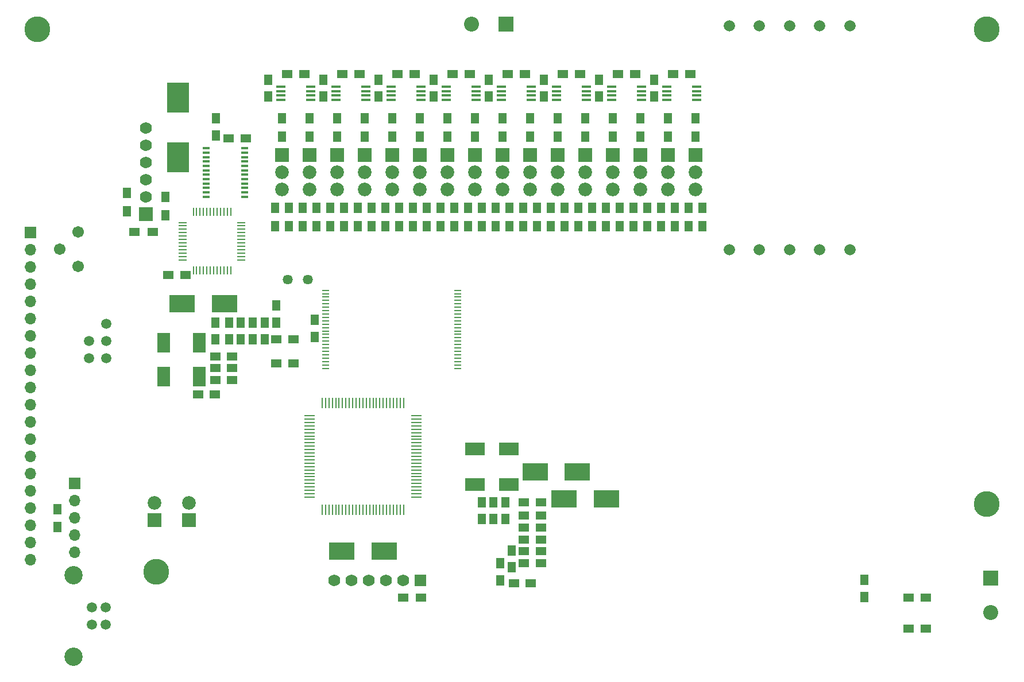
<source format=gbr>
G04 #@! TF.FileFunction,Soldermask,Top*
%FSLAX46Y46*%
G04 Gerber Fmt 4.6, Leading zero omitted, Abs format (unit mm)*
G04 Created by KiCad (PCBNEW 4.0.7) date 11/25/17 11:10:42*
%MOMM*%
%LPD*%
G01*
G04 APERTURE LIST*
%ADD10C,0.100000*%
%ADD11R,1.700000X1.700000*%
%ADD12O,1.700000X1.700000*%
%ADD13R,3.000000X1.980000*%
%ADD14R,1.100000X0.250000*%
%ADD15R,1.250000X1.500000*%
%ADD16R,1.300000X1.500000*%
%ADD17R,1.500000X1.250000*%
%ADD18R,3.750000X2.500000*%
%ADD19R,3.300000X4.500000*%
%ADD20R,2.216000X2.216000*%
%ADD21C,2.216000*%
%ADD22R,2.016000X2.016000*%
%ADD23C,1.762000*%
%ADD24R,1.762000X1.762000*%
%ADD25C,1.462000*%
%ADD26C,1.716000*%
%ADD27C,2.016000*%
%ADD28R,1.500000X1.300000*%
%ADD29C,1.662000*%
%ADD30C,1.500000*%
%ADD31R,1.100000X0.400000*%
%ADD32R,0.250000X1.300000*%
%ADD33R,1.300000X0.250000*%
%ADD34R,0.280000X1.500000*%
%ADD35R,1.500000X0.280000*%
%ADD36R,1.450000X0.450000*%
%ADD37C,1.520000*%
%ADD38C,2.700000*%
%ADD39R,1.980000X3.000000*%
%ADD40C,3.800000*%
G04 APERTURE END LIST*
D10*
D11*
X64000000Y-80000000D03*
D12*
X64000000Y-82540000D03*
X64000000Y-85080000D03*
X64000000Y-87620000D03*
X64000000Y-90160000D03*
X64000000Y-92700000D03*
X64000000Y-95240000D03*
X64000000Y-97780000D03*
X64000000Y-100320000D03*
X64000000Y-102860000D03*
X64000000Y-105400000D03*
X64000000Y-107940000D03*
X64000000Y-110480000D03*
X64000000Y-113020000D03*
X64000000Y-115560000D03*
X64000000Y-118100000D03*
X64000000Y-120640000D03*
X64000000Y-123180000D03*
X64000000Y-125720000D03*
X64000000Y-128260000D03*
D13*
X129500000Y-111870000D03*
X129500000Y-117130000D03*
X134500000Y-117130000D03*
X134500000Y-111870000D03*
D14*
X127000000Y-100000000D03*
X107500000Y-88500000D03*
X127000000Y-99500000D03*
X127000000Y-99000000D03*
X127000000Y-98500000D03*
X127000000Y-98000000D03*
X127000000Y-97500000D03*
X127000000Y-97000000D03*
X127000000Y-96500000D03*
X127000000Y-96000000D03*
X127000000Y-95500000D03*
X127000000Y-95000000D03*
X127000000Y-94500000D03*
X127000000Y-94000000D03*
X127000000Y-93500000D03*
X127000000Y-93000000D03*
X127000000Y-92500000D03*
X127000000Y-92000000D03*
X127000000Y-91500000D03*
X127000000Y-91000000D03*
X127000000Y-90500000D03*
X127000000Y-90000000D03*
X127000000Y-89500000D03*
X127000000Y-89000000D03*
X127000000Y-88500000D03*
X107500000Y-89000000D03*
X107500000Y-89500000D03*
X107500000Y-90000000D03*
X107500000Y-90500000D03*
X107500000Y-91000000D03*
X107500000Y-91500000D03*
X107500000Y-92000000D03*
X107500000Y-92500000D03*
X107500000Y-93000000D03*
X107500000Y-93500000D03*
X107500000Y-94000000D03*
X107500000Y-94500000D03*
X107500000Y-95000000D03*
X107500000Y-95500000D03*
X107500000Y-96000000D03*
X107500000Y-96500000D03*
X107500000Y-97000000D03*
X107500000Y-97500000D03*
X107500000Y-98000000D03*
X107500000Y-98500000D03*
X107500000Y-99000000D03*
X107500000Y-99500000D03*
X107500000Y-100000000D03*
D15*
X105875000Y-95375000D03*
X105875000Y-92875000D03*
D16*
X148844000Y-76374000D03*
X148844000Y-79074000D03*
D17*
X195985000Y-133829000D03*
X193485000Y-133829000D03*
X195985000Y-138401000D03*
X193485000Y-138401000D03*
D15*
X186925000Y-131225000D03*
X186925000Y-133725000D03*
D17*
X86850000Y-86200000D03*
X84350000Y-86200000D03*
D15*
X155956000Y-59924000D03*
X155956000Y-57424000D03*
X147828000Y-59924000D03*
X147828000Y-57424000D03*
X139700000Y-59924000D03*
X139700000Y-57424000D03*
X131572000Y-59924000D03*
X131572000Y-57424000D03*
X123444000Y-59924000D03*
X123444000Y-57424000D03*
X115316000Y-59924000D03*
X115316000Y-57424000D03*
X107188000Y-59924000D03*
X107188000Y-57424000D03*
X99060000Y-59924000D03*
X99060000Y-57424000D03*
D17*
X136750000Y-121745000D03*
X139250000Y-121745000D03*
X136750000Y-123495000D03*
X139250000Y-123495000D03*
X136750000Y-125245000D03*
X139250000Y-125245000D03*
X136750000Y-126995000D03*
X139250000Y-126995000D03*
D15*
X134000000Y-122245000D03*
X134000000Y-119745000D03*
D17*
X93750000Y-98245000D03*
X91250000Y-98245000D03*
D15*
X93250000Y-95745000D03*
X93250000Y-93245000D03*
X95000000Y-95745000D03*
X95000000Y-93245000D03*
X96750000Y-95745000D03*
X96750000Y-93245000D03*
X98500000Y-95745000D03*
X98500000Y-93245000D03*
X91300000Y-63150000D03*
X91300000Y-65650000D03*
X132250000Y-122245000D03*
X132250000Y-119745000D03*
X130500000Y-122245000D03*
X130500000Y-119745000D03*
D17*
X137750000Y-131745000D03*
X135250000Y-131745000D03*
X136750000Y-128745000D03*
X139250000Y-128745000D03*
D15*
X133250000Y-128745000D03*
X133250000Y-131245000D03*
D17*
X93750000Y-101745000D03*
X91250000Y-101745000D03*
X93750000Y-99995000D03*
X91250000Y-99995000D03*
D15*
X100250000Y-93245000D03*
X100250000Y-90745000D03*
D17*
X100250000Y-95745000D03*
X102750000Y-95745000D03*
X100250000Y-99245000D03*
X102750000Y-99245000D03*
X136750000Y-119745000D03*
X139250000Y-119745000D03*
D15*
X91250000Y-95745000D03*
X91250000Y-93245000D03*
D17*
X93200000Y-66100000D03*
X95700000Y-66100000D03*
X158770000Y-56642000D03*
X161270000Y-56642000D03*
X150642000Y-56642000D03*
X153142000Y-56642000D03*
X142514000Y-56642000D03*
X145014000Y-56642000D03*
X134386000Y-56642000D03*
X136886000Y-56642000D03*
X126258000Y-56642000D03*
X128758000Y-56642000D03*
X118130000Y-56642000D03*
X120630000Y-56642000D03*
X110002000Y-56642000D03*
X112502000Y-56642000D03*
X101874000Y-56642000D03*
X104374000Y-56642000D03*
D18*
X142625000Y-119250000D03*
X148875000Y-119250000D03*
D17*
X91200000Y-103850000D03*
X88700000Y-103850000D03*
D19*
X85750000Y-60100000D03*
X85750000Y-68900000D03*
D20*
X205540000Y-130980000D03*
D21*
X205540000Y-136060000D03*
D22*
X81000000Y-77250000D03*
D23*
X81000000Y-74710000D03*
X81000000Y-72170000D03*
X81000000Y-69630000D03*
X81000000Y-67090000D03*
X81000000Y-64550000D03*
D24*
X121500000Y-131245000D03*
D23*
X118960000Y-131245000D03*
X116420000Y-131245000D03*
X113880000Y-131245000D03*
X111340000Y-131245000D03*
X108800000Y-131245000D03*
D20*
X134112000Y-49276000D03*
D21*
X129032000Y-49276000D03*
D25*
X104900000Y-86900000D03*
X101900000Y-86900000D03*
D26*
X71000000Y-85000000D03*
X68333000Y-82460000D03*
X71000000Y-79920000D03*
D22*
X162052000Y-68580000D03*
D27*
X162052000Y-71120000D03*
X162052000Y-73660000D03*
D22*
X157988000Y-68580000D03*
D27*
X157988000Y-71120000D03*
X157988000Y-73660000D03*
D22*
X153924000Y-68580000D03*
D27*
X153924000Y-71120000D03*
X153924000Y-73660000D03*
D22*
X149860000Y-68580000D03*
D27*
X149860000Y-71120000D03*
X149860000Y-73660000D03*
D22*
X145796000Y-68580000D03*
D27*
X145796000Y-71120000D03*
X145796000Y-73660000D03*
D22*
X141732000Y-68580000D03*
D27*
X141732000Y-71120000D03*
X141732000Y-73660000D03*
D22*
X137668000Y-68580000D03*
D27*
X137668000Y-71120000D03*
X137668000Y-73660000D03*
D22*
X133604000Y-68580000D03*
D27*
X133604000Y-71120000D03*
X133604000Y-73660000D03*
D22*
X129540000Y-68580000D03*
D27*
X129540000Y-71120000D03*
X129540000Y-73660000D03*
D22*
X125476000Y-68580000D03*
D27*
X125476000Y-71120000D03*
X125476000Y-73660000D03*
D22*
X121412000Y-68580000D03*
D27*
X121412000Y-71120000D03*
X121412000Y-73660000D03*
D22*
X117348000Y-68580000D03*
D27*
X117348000Y-71120000D03*
X117348000Y-73660000D03*
D22*
X113284000Y-68580000D03*
D27*
X113284000Y-71120000D03*
X113284000Y-73660000D03*
D22*
X109220000Y-68580000D03*
D27*
X109220000Y-71120000D03*
X109220000Y-73660000D03*
D22*
X105156000Y-68580000D03*
D27*
X105156000Y-71120000D03*
X105156000Y-73660000D03*
D22*
X101092000Y-68580000D03*
D27*
X101092000Y-71120000D03*
X101092000Y-73660000D03*
D16*
X78250000Y-76850000D03*
X78250000Y-74150000D03*
D28*
X79350000Y-79850000D03*
X82050000Y-79850000D03*
D16*
X83850000Y-77450000D03*
X83850000Y-74750000D03*
X68000000Y-120750000D03*
X68000000Y-123450000D03*
D28*
X118900000Y-133850000D03*
X121600000Y-133850000D03*
D16*
X162052000Y-65866000D03*
X162052000Y-63166000D03*
X163068000Y-76374000D03*
X163068000Y-79074000D03*
X161036000Y-76374000D03*
X161036000Y-79074000D03*
X157988000Y-65866000D03*
X157988000Y-63166000D03*
X159004000Y-76374000D03*
X159004000Y-79074000D03*
X156972000Y-76374000D03*
X156972000Y-79074000D03*
X153924000Y-65866000D03*
X153924000Y-63166000D03*
X154940000Y-76374000D03*
X154940000Y-79074000D03*
X152908000Y-76374000D03*
X152908000Y-79074000D03*
X149860000Y-65866000D03*
X149860000Y-63166000D03*
X150876000Y-76374000D03*
X150876000Y-79074000D03*
X145796000Y-65866000D03*
X145796000Y-63166000D03*
X146812000Y-76374000D03*
X146812000Y-79074000D03*
X144780000Y-76374000D03*
X144780000Y-79074000D03*
X141732000Y-65866000D03*
X141732000Y-63166000D03*
X142748000Y-76374000D03*
X142748000Y-79074000D03*
X140716000Y-76374000D03*
X140716000Y-79074000D03*
X137668000Y-65866000D03*
X137668000Y-63166000D03*
X138684000Y-76374000D03*
X138684000Y-79074000D03*
X136652000Y-76374000D03*
X136652000Y-79074000D03*
X133604000Y-65866000D03*
X133604000Y-63166000D03*
X134620000Y-76374000D03*
X134620000Y-79074000D03*
X132588000Y-76374000D03*
X132588000Y-79074000D03*
X129540000Y-65866000D03*
X129540000Y-63166000D03*
X128524000Y-76374000D03*
X128524000Y-79074000D03*
X130556000Y-76374000D03*
X130556000Y-79074000D03*
X125476000Y-65866000D03*
X125476000Y-63166000D03*
X126492000Y-76374000D03*
X126492000Y-79074000D03*
X124460000Y-76374000D03*
X124460000Y-79074000D03*
X121412000Y-65866000D03*
X121412000Y-63166000D03*
X122428000Y-76374000D03*
X122428000Y-79074000D03*
X120396000Y-76374000D03*
X120396000Y-79074000D03*
X117348000Y-65866000D03*
X117348000Y-63166000D03*
X118364000Y-76374000D03*
X118364000Y-79074000D03*
X116332000Y-76374000D03*
X116332000Y-79074000D03*
X113284000Y-65866000D03*
X113284000Y-63166000D03*
X114300000Y-76374000D03*
X114300000Y-79074000D03*
X112268000Y-76374000D03*
X112268000Y-79074000D03*
X109220000Y-65866000D03*
X109220000Y-63166000D03*
X110236000Y-76374000D03*
X110236000Y-79074000D03*
X108204000Y-76374000D03*
X108204000Y-79074000D03*
X105156000Y-65866000D03*
X105156000Y-63166000D03*
X106172000Y-76374000D03*
X106172000Y-79074000D03*
X104140000Y-76374000D03*
X104140000Y-79074000D03*
X101092000Y-65866000D03*
X101092000Y-63166000D03*
X102108000Y-76374000D03*
X102108000Y-79074000D03*
X100076000Y-76374000D03*
X100076000Y-79074000D03*
D29*
X167005000Y-82550000D03*
X167005000Y-49530000D03*
X171450000Y-82550000D03*
X171450000Y-49530000D03*
X175895000Y-82550000D03*
X175895000Y-49530000D03*
X180340000Y-82550000D03*
X180340000Y-49530000D03*
X184785000Y-82550000D03*
X184785000Y-49530000D03*
D22*
X82296000Y-122428000D03*
D27*
X82296000Y-119888000D03*
D22*
X87376000Y-122428000D03*
D27*
X87376000Y-119888000D03*
D30*
X75184000Y-93472000D03*
X72644000Y-96012000D03*
X75184000Y-98552000D03*
X72644000Y-98552000D03*
X75184000Y-96012000D03*
D31*
X95560000Y-74695000D03*
X95560000Y-74045000D03*
X95560000Y-73395000D03*
X95560000Y-72745000D03*
X95560000Y-72095000D03*
X95560000Y-71445000D03*
X95560000Y-70795000D03*
X95560000Y-70145000D03*
X95560000Y-69495000D03*
X95560000Y-68845000D03*
X95560000Y-68195000D03*
X95560000Y-67545000D03*
X89860000Y-67545000D03*
X89860000Y-68195000D03*
X89860000Y-68845000D03*
X89860000Y-69495000D03*
X89860000Y-70145000D03*
X89860000Y-70795000D03*
X89860000Y-71445000D03*
X89860000Y-72095000D03*
X89860000Y-72745000D03*
X89860000Y-73395000D03*
X89860000Y-74045000D03*
X89860000Y-74695000D03*
D32*
X88000000Y-85600000D03*
X88500000Y-85600000D03*
X89000000Y-85600000D03*
X89500000Y-85600000D03*
X90000000Y-85600000D03*
X90500000Y-85600000D03*
X91000000Y-85600000D03*
X91500000Y-85600000D03*
X92000000Y-85600000D03*
X92500000Y-85600000D03*
X93000000Y-85600000D03*
X93500000Y-85600000D03*
D33*
X95100000Y-84000000D03*
X95100000Y-83500000D03*
X95100000Y-83000000D03*
X95100000Y-82500000D03*
X95100000Y-82000000D03*
X95100000Y-81500000D03*
X95100000Y-81000000D03*
X95100000Y-80500000D03*
X95100000Y-80000000D03*
X95100000Y-79500000D03*
X95100000Y-79000000D03*
X95100000Y-78500000D03*
D32*
X93500000Y-76900000D03*
X93000000Y-76900000D03*
X92500000Y-76900000D03*
X92000000Y-76900000D03*
X91500000Y-76900000D03*
X91000000Y-76900000D03*
X90500000Y-76900000D03*
X90000000Y-76900000D03*
X89500000Y-76900000D03*
X89000000Y-76900000D03*
X88500000Y-76900000D03*
X88000000Y-76900000D03*
D33*
X86400000Y-78500000D03*
X86400000Y-79000000D03*
X86400000Y-79500000D03*
X86400000Y-80000000D03*
X86400000Y-80500000D03*
X86400000Y-81000000D03*
X86400000Y-81500000D03*
X86400000Y-82000000D03*
X86400000Y-82500000D03*
X86400000Y-83000000D03*
X86400000Y-83500000D03*
X86400000Y-84000000D03*
D34*
X119000000Y-105095000D03*
X118500000Y-105095000D03*
X118000000Y-105095000D03*
X117500000Y-105095000D03*
X117000000Y-105095000D03*
X116500000Y-105095000D03*
X116000000Y-105095000D03*
X115500000Y-105095000D03*
X115000000Y-105095000D03*
X114500000Y-105095000D03*
X114000000Y-105095000D03*
X113500000Y-105095000D03*
X113000000Y-105095000D03*
X112500000Y-105095000D03*
X112000000Y-105095000D03*
X111500000Y-105095000D03*
X111000000Y-105095000D03*
X110500000Y-105095000D03*
X110000000Y-105095000D03*
X109500000Y-105095000D03*
X109000000Y-105095000D03*
X108500000Y-105095000D03*
X108000000Y-105095000D03*
X107500000Y-105095000D03*
X107000000Y-105095000D03*
D35*
X105100000Y-106995000D03*
X105100000Y-107495000D03*
X105100000Y-107995000D03*
X105100000Y-108495000D03*
X105100000Y-108995000D03*
X105100000Y-109495000D03*
X105100000Y-109995000D03*
X105100000Y-110495000D03*
X105100000Y-110995000D03*
X105100000Y-111495000D03*
X105100000Y-111995000D03*
X105100000Y-112495000D03*
X105100000Y-112995000D03*
X105100000Y-113495000D03*
X105100000Y-113995000D03*
X105100000Y-114495000D03*
X105100000Y-114995000D03*
X105100000Y-115495000D03*
X105100000Y-115995000D03*
X105100000Y-116495000D03*
X105100000Y-116995000D03*
X105100000Y-117495000D03*
X105100000Y-117995000D03*
X105100000Y-118495000D03*
X105100000Y-118995000D03*
D34*
X107000000Y-120895000D03*
X107500000Y-120895000D03*
X108000000Y-120895000D03*
X108500000Y-120895000D03*
X109000000Y-120895000D03*
X109500000Y-120895000D03*
X110000000Y-120895000D03*
X110500000Y-120895000D03*
X111000000Y-120895000D03*
X111500000Y-120895000D03*
X112000000Y-120895000D03*
X112500000Y-120895000D03*
X113000000Y-120895000D03*
X113500000Y-120895000D03*
X114000000Y-120895000D03*
X114500000Y-120895000D03*
X115000000Y-120895000D03*
X115500000Y-120895000D03*
X116000000Y-120895000D03*
X116500000Y-120895000D03*
X117000000Y-120895000D03*
X117500000Y-120895000D03*
X118000000Y-120895000D03*
X118500000Y-120895000D03*
X119000000Y-120895000D03*
D35*
X120900000Y-118995000D03*
X120900000Y-118495000D03*
X120900000Y-117995000D03*
X120900000Y-117495000D03*
X120900000Y-116995000D03*
X120900000Y-116495000D03*
X120900000Y-115995000D03*
X120900000Y-115495000D03*
X120900000Y-114995000D03*
X120900000Y-114495000D03*
X120900000Y-113995000D03*
X120900000Y-113495000D03*
X120900000Y-112995000D03*
X120900000Y-112495000D03*
X120900000Y-111995000D03*
X120900000Y-111495000D03*
X120900000Y-110995000D03*
X120900000Y-110495000D03*
X120900000Y-109995000D03*
X120900000Y-109495000D03*
X120900000Y-108995000D03*
X120900000Y-108495000D03*
X120900000Y-107995000D03*
X120900000Y-107495000D03*
X120900000Y-106995000D03*
D36*
X162220000Y-60411000D03*
X162220000Y-59761000D03*
X162220000Y-59111000D03*
X162220000Y-58461000D03*
X157820000Y-58461000D03*
X157820000Y-59111000D03*
X157820000Y-59761000D03*
X157820000Y-60411000D03*
X154092000Y-60411000D03*
X154092000Y-59761000D03*
X154092000Y-59111000D03*
X154092000Y-58461000D03*
X149692000Y-58461000D03*
X149692000Y-59111000D03*
X149692000Y-59761000D03*
X149692000Y-60411000D03*
X145964000Y-60411000D03*
X145964000Y-59761000D03*
X145964000Y-59111000D03*
X145964000Y-58461000D03*
X141564000Y-58461000D03*
X141564000Y-59111000D03*
X141564000Y-59761000D03*
X141564000Y-60411000D03*
X137836000Y-60411000D03*
X137836000Y-59761000D03*
X137836000Y-59111000D03*
X137836000Y-58461000D03*
X133436000Y-58461000D03*
X133436000Y-59111000D03*
X133436000Y-59761000D03*
X133436000Y-60411000D03*
X129708000Y-60411000D03*
X129708000Y-59761000D03*
X129708000Y-59111000D03*
X129708000Y-58461000D03*
X125308000Y-58461000D03*
X125308000Y-59111000D03*
X125308000Y-59761000D03*
X125308000Y-60411000D03*
X121580000Y-60411000D03*
X121580000Y-59761000D03*
X121580000Y-59111000D03*
X121580000Y-58461000D03*
X117180000Y-58461000D03*
X117180000Y-59111000D03*
X117180000Y-59761000D03*
X117180000Y-60411000D03*
X113452000Y-60411000D03*
X113452000Y-59761000D03*
X113452000Y-59111000D03*
X113452000Y-58461000D03*
X109052000Y-58461000D03*
X109052000Y-59111000D03*
X109052000Y-59761000D03*
X109052000Y-60411000D03*
X105324000Y-60411000D03*
X105324000Y-59761000D03*
X105324000Y-59111000D03*
X105324000Y-58461000D03*
X100924000Y-58461000D03*
X100924000Y-59111000D03*
X100924000Y-59761000D03*
X100924000Y-60411000D03*
D37*
X75057000Y-135255000D03*
X75057000Y-137795000D03*
X73057000Y-137795000D03*
X73057000Y-135255000D03*
D38*
X70357000Y-130525000D03*
X70357000Y-142525000D03*
D18*
X144625000Y-115250000D03*
X138375000Y-115250000D03*
D15*
X134950000Y-126850000D03*
X134950000Y-129350000D03*
D18*
X92625000Y-90495000D03*
X86375000Y-90495000D03*
D39*
X83620000Y-101245000D03*
X88880000Y-101245000D03*
X88880000Y-96245000D03*
X83620000Y-96245000D03*
D18*
X116125000Y-126995000D03*
X109875000Y-126995000D03*
D11*
X70500000Y-117000000D03*
D12*
X70500000Y-119540000D03*
X70500000Y-122080000D03*
X70500000Y-124620000D03*
X70500000Y-127160000D03*
D40*
X205000000Y-50000000D03*
X65000000Y-50000000D03*
X82500000Y-130000000D03*
X205000000Y-120000000D03*
M02*

</source>
